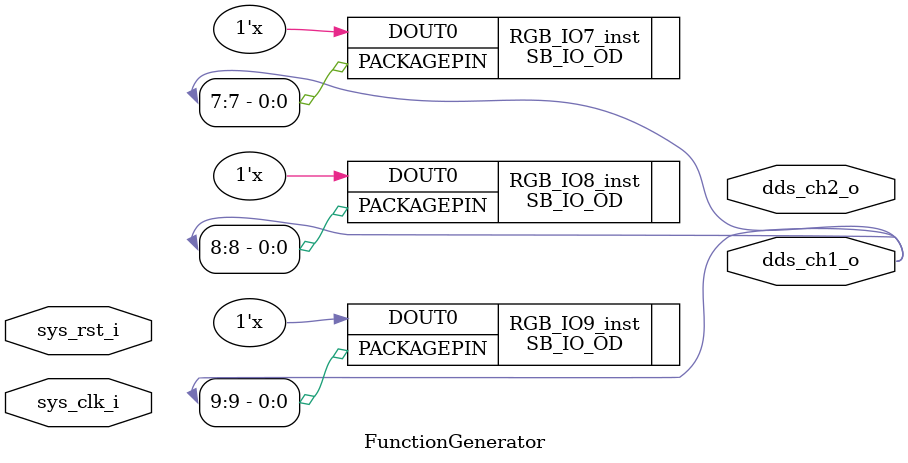
<source format=v>
`timescale 1ns / 1ns
`include "Defines.vh"


module FunctionGenerator(
	sys_clk_i,
	sys_rst_i,

	dds_ch1_o,
	dds_ch2_o
);

/////////////////////////////////////////////////
//
//		Input / Outputs
//
/////////////////////////////////////////////////

// System clock
input sys_clk_i;

// System reset
input sys_rst_i;

// DDS channel 1 output
output [11:0] dds_ch1_o;

// DDS channel 2 output
output [11:0] dds_ch2_o;




/////////////////////////////////////////////////
//
//		RGB drivers 
//
//	NOTE: Can only be driven as open-drain
//
/////////////////////////////////////////////////

`ifndef SIMULATION

	// Channel 1 DAC bit 7
	SB_IO_OD #(
		.PIN_TYPE				( 6'b011001 ),		// pin output
		.NEG_TRIGGER			( 1'b0 )			// rising edge
	)
	RGB_IO7_inst(
		.PACKAGEPIN				( dds_ch1_o[7] ),
		.DOUT0					( cnt[7] )
	);

	// Channel 1 DAC bit 8
	SB_IO_OD #(
		.PIN_TYPE				( 6'b011001 ),		// pin output
		.NEG_TRIGGER			( 1'b0 )			// rising edge
	)
	RGB_IO8_inst(
		.PACKAGEPIN				( dds_ch1_o[8] ),
		.DOUT0					( cnt[8] )
	);

	// Channel 1 DAC bit 9
	SB_IO_OD #(
		.PIN_TYPE				( 6'b011001 ),		// pin output
		.NEG_TRIGGER			( 1'b0 )			// rising edge
	)
	RGB_IO9_inst(
		.PACKAGEPIN				( dds_ch1_o[9] ),
		.DOUT0					( cnt[9] )
	);

`endif



/////////////////////////////////////////////////
//
//		WAVEFORM CLOCK 
//
/////////////////////////////////////////////////


// NOTE: Check what to do with if PSC = 0 or PSC = 1 !!!!
WaveformClock WC_inst(
	.sys_clk_i					( sys_clk_i ),
	.sys_rst_i					( sys_rst_i ),

	.wc_en_i					( 1'b1 ),
	.wc_psc_1_i					( 24'd1 ),
	.wc_psc_2_i					( 24'd2 ),
	.wc_clk_p_1_o				( ),
	.wc_clk_p_2_o				(  )
);




/////////////////////////////////////////////////
//
//		Registers / Wires
//
/////////////////////////////////////////////////






/////////////////////////////////////////////////
//
//		Logic
//
/////////////////////////////////////////////////



	
	
	

endmodule // module: FunctionGenerator
</source>
